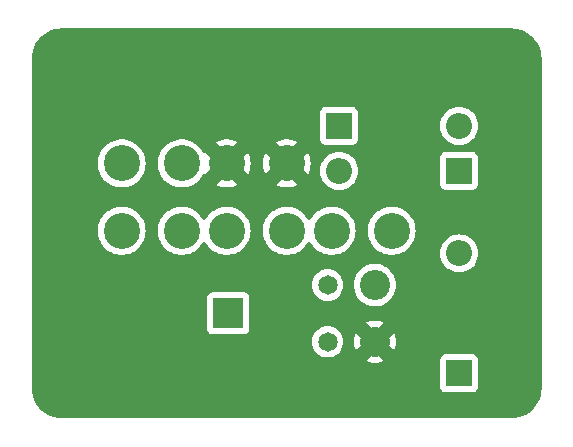
<source format=gtl>
G04 #@! TF.GenerationSoftware,KiCad,Pcbnew,(7.0.0-0)*
G04 #@! TF.CreationDate,2023-03-10T18:04:30-08:00*
G04 #@! TF.ProjectId,RX7 Headlight Control,52583720-4865-4616-946c-696768742043,rev?*
G04 #@! TF.SameCoordinates,Original*
G04 #@! TF.FileFunction,Copper,L1,Top*
G04 #@! TF.FilePolarity,Positive*
%FSLAX46Y46*%
G04 Gerber Fmt 4.6, Leading zero omitted, Abs format (unit mm)*
G04 Created by KiCad (PCBNEW (7.0.0-0)) date 2023-03-10 18:04:30*
%MOMM*%
%LPD*%
G01*
G04 APERTURE LIST*
G04 #@! TA.AperFunction,ComponentPad*
%ADD10R,2.200000X2.200000*%
G04 #@! TD*
G04 #@! TA.AperFunction,ComponentPad*
%ADD11O,2.200000X2.200000*%
G04 #@! TD*
G04 #@! TA.AperFunction,ComponentPad*
%ADD12R,2.550000X2.550000*%
G04 #@! TD*
G04 #@! TA.AperFunction,ComponentPad*
%ADD13C,1.650000*%
G04 #@! TD*
G04 #@! TA.AperFunction,ComponentPad*
%ADD14C,2.550000*%
G04 #@! TD*
G04 #@! TA.AperFunction,ComponentPad*
%ADD15C,3.048000*%
G04 #@! TD*
G04 APERTURE END LIST*
D10*
X131444999Y-95884999D03*
D11*
X141604999Y-95884999D03*
D10*
X141604999Y-116839999D03*
D11*
X141604999Y-106679999D03*
D10*
X141604999Y-99694999D03*
D11*
X131444999Y-99694999D03*
D12*
X122069999Y-111759999D03*
D13*
X130470000Y-114160000D03*
D14*
X134470000Y-114160000D03*
X134470000Y-109360000D03*
D13*
X130470000Y-109360000D03*
D15*
X127000000Y-99060000D03*
X121920000Y-99060000D03*
X130810000Y-104775000D03*
X135890000Y-104775000D03*
X118110000Y-99060000D03*
X113030000Y-99060000D03*
X118110000Y-104775000D03*
X113030000Y-104775000D03*
X127000000Y-104775000D03*
X121920000Y-104775000D03*
G04 #@! TA.AperFunction,Conductor*
G36*
X120649547Y-87630215D02*
G01*
X120649617Y-87630383D01*
X120650000Y-87630541D01*
X120650099Y-87630500D01*
X133349901Y-87630500D01*
X133350000Y-87630541D01*
X133350383Y-87630383D01*
X133350452Y-87630215D01*
X133352650Y-87630000D01*
X146046249Y-87630000D01*
X146053736Y-87630226D01*
X146348678Y-87648066D01*
X146363541Y-87649871D01*
X146650489Y-87702457D01*
X146665027Y-87706041D01*
X146790211Y-87745049D01*
X146943533Y-87792826D01*
X146957529Y-87798135D01*
X147223557Y-87917865D01*
X147236816Y-87924823D01*
X147361640Y-88000281D01*
X147486471Y-88075744D01*
X147498782Y-88084242D01*
X147728430Y-88264159D01*
X147739638Y-88274089D01*
X147945910Y-88480361D01*
X147955840Y-88491569D01*
X148135753Y-88721211D01*
X148144259Y-88733534D01*
X148295176Y-88983183D01*
X148302134Y-88996442D01*
X148421864Y-89262470D01*
X148427174Y-89276471D01*
X148513958Y-89554972D01*
X148517542Y-89569510D01*
X148570128Y-89856458D01*
X148571933Y-89871323D01*
X148589774Y-90166264D01*
X148590000Y-90173751D01*
X148590000Y-99057350D01*
X148589784Y-99059547D01*
X148589617Y-99059617D01*
X148589459Y-99060000D01*
X148589500Y-99060099D01*
X148589500Y-109219901D01*
X148589459Y-109220000D01*
X148589500Y-109220099D01*
X148589617Y-109220383D01*
X148589776Y-109220448D01*
X148590000Y-109222720D01*
X148590000Y-118106249D01*
X148589774Y-118113736D01*
X148571933Y-118408676D01*
X148570128Y-118423541D01*
X148517542Y-118710489D01*
X148513958Y-118725027D01*
X148427174Y-119003528D01*
X148421864Y-119017529D01*
X148302134Y-119283557D01*
X148295176Y-119296816D01*
X148144259Y-119546465D01*
X148135753Y-119558788D01*
X147955840Y-119788430D01*
X147945910Y-119799638D01*
X147739638Y-120005910D01*
X147728430Y-120015840D01*
X147498788Y-120195753D01*
X147486465Y-120204259D01*
X147236816Y-120355176D01*
X147223557Y-120362134D01*
X146957529Y-120481864D01*
X146943528Y-120487174D01*
X146665027Y-120573958D01*
X146650489Y-120577542D01*
X146363541Y-120630128D01*
X146348676Y-120631933D01*
X146053736Y-120649774D01*
X146046249Y-120650000D01*
X139702720Y-120650000D01*
X139700448Y-120649776D01*
X139700383Y-120649617D01*
X139700099Y-120649500D01*
X139700000Y-120649459D01*
X139699901Y-120649500D01*
X132080099Y-120649500D01*
X132080000Y-120649459D01*
X132079901Y-120649500D01*
X132079617Y-120649617D01*
X132079551Y-120649776D01*
X132077280Y-120650000D01*
X121922720Y-120650000D01*
X121920448Y-120649776D01*
X121920383Y-120649617D01*
X121920099Y-120649500D01*
X121920000Y-120649459D01*
X121919901Y-120649500D01*
X114300099Y-120649500D01*
X114300000Y-120649459D01*
X114299901Y-120649500D01*
X114299617Y-120649617D01*
X114299551Y-120649776D01*
X114297280Y-120650000D01*
X107953751Y-120650000D01*
X107946264Y-120649774D01*
X107651323Y-120631933D01*
X107636458Y-120630128D01*
X107349510Y-120577542D01*
X107334972Y-120573958D01*
X107056471Y-120487174D01*
X107042470Y-120481864D01*
X106776442Y-120362134D01*
X106763183Y-120355176D01*
X106513534Y-120204259D01*
X106501211Y-120195753D01*
X106271569Y-120015840D01*
X106260361Y-120005910D01*
X106054089Y-119799638D01*
X106044159Y-119788430D01*
X105864246Y-119558788D01*
X105855744Y-119546471D01*
X105780281Y-119421640D01*
X105704823Y-119296816D01*
X105697865Y-119283557D01*
X105578135Y-119017529D01*
X105572825Y-119003528D01*
X105486041Y-118725027D01*
X105482457Y-118710489D01*
X105429871Y-118423541D01*
X105428066Y-118408676D01*
X105410226Y-118113736D01*
X105410000Y-118106249D01*
X105410000Y-117988638D01*
X139996500Y-117988638D01*
X140003011Y-118049201D01*
X140005717Y-118056458D01*
X140005719Y-118056463D01*
X140051011Y-118177894D01*
X140054111Y-118186204D01*
X140141739Y-118303261D01*
X140258796Y-118390889D01*
X140395799Y-118441989D01*
X140456362Y-118448500D01*
X142750328Y-118448500D01*
X142753638Y-118448500D01*
X142814201Y-118441989D01*
X142951204Y-118390889D01*
X143068261Y-118303261D01*
X143155889Y-118186204D01*
X143206989Y-118049201D01*
X143213500Y-117988638D01*
X143213500Y-115691362D01*
X143206989Y-115630799D01*
X143155889Y-115493796D01*
X143068261Y-115376739D01*
X142951204Y-115289111D01*
X142942896Y-115286012D01*
X142942894Y-115286011D01*
X142821463Y-115240719D01*
X142821458Y-115240717D01*
X142814201Y-115238011D01*
X142806497Y-115237182D01*
X142806494Y-115237182D01*
X142756924Y-115231853D01*
X142756918Y-115231852D01*
X142753638Y-115231500D01*
X140456362Y-115231500D01*
X140453082Y-115231852D01*
X140453075Y-115231853D01*
X140403505Y-115237182D01*
X140403500Y-115237182D01*
X140395799Y-115238011D01*
X140388543Y-115240717D01*
X140388536Y-115240719D01*
X140267105Y-115286011D01*
X140267099Y-115286013D01*
X140258796Y-115289111D01*
X140251698Y-115294423D01*
X140251695Y-115294426D01*
X140148835Y-115371426D01*
X140148831Y-115371429D01*
X140141739Y-115376739D01*
X140136429Y-115383831D01*
X140136426Y-115383835D01*
X140059426Y-115486695D01*
X140059423Y-115486698D01*
X140054111Y-115493796D01*
X140051013Y-115502099D01*
X140051011Y-115502105D01*
X140005719Y-115623536D01*
X140005717Y-115623543D01*
X140003011Y-115630799D01*
X140002182Y-115638500D01*
X140002182Y-115638505D01*
X139996853Y-115688075D01*
X139996500Y-115691362D01*
X139996500Y-117988638D01*
X105410000Y-117988638D01*
X105410000Y-115780852D01*
X133750975Y-115780852D01*
X133759775Y-115788075D01*
X133815518Y-115814919D01*
X133824138Y-115818302D01*
X134069481Y-115893980D01*
X134078507Y-115896040D01*
X134332396Y-115934308D01*
X134341619Y-115935000D01*
X134598381Y-115935000D01*
X134607603Y-115934308D01*
X134861492Y-115896040D01*
X134870518Y-115893980D01*
X135115861Y-115818302D01*
X135124481Y-115814919D01*
X135180223Y-115788075D01*
X135189024Y-115780852D01*
X135183101Y-115771127D01*
X134481542Y-115069568D01*
X134470000Y-115062904D01*
X134458457Y-115069568D01*
X133756896Y-115771128D01*
X133750975Y-115780852D01*
X105410000Y-115780852D01*
X105410000Y-114160000D01*
X129131406Y-114160000D01*
X129131878Y-114165395D01*
X129151269Y-114387045D01*
X129151270Y-114387052D01*
X129151742Y-114392444D01*
X129212133Y-114617826D01*
X129214417Y-114622725D01*
X129214420Y-114622732D01*
X129241187Y-114680133D01*
X129310744Y-114829297D01*
X129313850Y-114833734D01*
X129313852Y-114833736D01*
X129339301Y-114870081D01*
X129444578Y-115020432D01*
X129609568Y-115185422D01*
X129800703Y-115319256D01*
X130012174Y-115417867D01*
X130237556Y-115478258D01*
X130470000Y-115498594D01*
X130702444Y-115478258D01*
X130927826Y-115417867D01*
X131139297Y-115319256D01*
X131330432Y-115185422D01*
X131495422Y-115020432D01*
X131629256Y-114829297D01*
X131727867Y-114617826D01*
X131788258Y-114392444D01*
X131808189Y-114164630D01*
X132690370Y-114164630D01*
X132709557Y-114420663D01*
X132710936Y-114429816D01*
X132768067Y-114680125D01*
X132770800Y-114688985D01*
X132841875Y-114870081D01*
X132848567Y-114879420D01*
X132858434Y-114873538D01*
X133560431Y-114171542D01*
X133567095Y-114160000D01*
X135372904Y-114160000D01*
X135379568Y-114171542D01*
X136081564Y-114873538D01*
X136091430Y-114879420D01*
X136098123Y-114870080D01*
X136169203Y-114688975D01*
X136171930Y-114680133D01*
X136229063Y-114429816D01*
X136230442Y-114420663D01*
X136249630Y-114164630D01*
X136249630Y-114155370D01*
X136230442Y-113899336D01*
X136229063Y-113890183D01*
X136171932Y-113639874D01*
X136169199Y-113631014D01*
X136098123Y-113449917D01*
X136091431Y-113440578D01*
X136081564Y-113446460D01*
X135379568Y-114148457D01*
X135372904Y-114160000D01*
X133567095Y-114160000D01*
X133560431Y-114148457D01*
X132858434Y-113446460D01*
X132848568Y-113440578D01*
X132841875Y-113449918D01*
X132770800Y-113631014D01*
X132768067Y-113639874D01*
X132710936Y-113890183D01*
X132709557Y-113899336D01*
X132690370Y-114155370D01*
X132690370Y-114164630D01*
X131808189Y-114164630D01*
X131808594Y-114160000D01*
X131788258Y-113927556D01*
X131727867Y-113702174D01*
X131629256Y-113490703D01*
X131495422Y-113299568D01*
X131330432Y-113134578D01*
X131139297Y-113000744D01*
X131121854Y-112992610D01*
X130932732Y-112904420D01*
X130932725Y-112904417D01*
X130927826Y-112902133D01*
X130922599Y-112900732D01*
X130922598Y-112900732D01*
X130707676Y-112843144D01*
X130702444Y-112841742D01*
X130697052Y-112841270D01*
X130697045Y-112841269D01*
X130475395Y-112821878D01*
X130470000Y-112821406D01*
X130464605Y-112821878D01*
X130242954Y-112841269D01*
X130242945Y-112841270D01*
X130237556Y-112841742D01*
X130232324Y-112843143D01*
X130232323Y-112843144D01*
X130017401Y-112900732D01*
X130017396Y-112900733D01*
X130012174Y-112902133D01*
X130007278Y-112904415D01*
X130007267Y-112904420D01*
X129805613Y-112998454D01*
X129805609Y-112998456D01*
X129800703Y-113000744D01*
X129796270Y-113003847D01*
X129796263Y-113003852D01*
X129614003Y-113131472D01*
X129613998Y-113131475D01*
X129609568Y-113134578D01*
X129605744Y-113138401D01*
X129605738Y-113138407D01*
X129448407Y-113295738D01*
X129448401Y-113295744D01*
X129444578Y-113299568D01*
X129441475Y-113303998D01*
X129441472Y-113304003D01*
X129313852Y-113486263D01*
X129313847Y-113486270D01*
X129310744Y-113490703D01*
X129308456Y-113495609D01*
X129308454Y-113495613D01*
X129214420Y-113697267D01*
X129214415Y-113697278D01*
X129212133Y-113702174D01*
X129210733Y-113707396D01*
X129210732Y-113707401D01*
X129153144Y-113922323D01*
X129151742Y-113927556D01*
X129151270Y-113932945D01*
X129151269Y-113932954D01*
X129132416Y-114148457D01*
X129131406Y-114160000D01*
X105410000Y-114160000D01*
X105410000Y-113083638D01*
X120286500Y-113083638D01*
X120286852Y-113086918D01*
X120286853Y-113086924D01*
X120291642Y-113131472D01*
X120293011Y-113144201D01*
X120295717Y-113151458D01*
X120295719Y-113151463D01*
X120341011Y-113272894D01*
X120344111Y-113281204D01*
X120431739Y-113398261D01*
X120548796Y-113485889D01*
X120685799Y-113536989D01*
X120746362Y-113543500D01*
X123390328Y-113543500D01*
X123393638Y-113543500D01*
X123454201Y-113536989D01*
X123591204Y-113485889D01*
X123708261Y-113398261D01*
X123795889Y-113281204D01*
X123846989Y-113144201D01*
X123853500Y-113083638D01*
X123853500Y-112539145D01*
X133750974Y-112539145D01*
X133756897Y-112548871D01*
X134458457Y-113250431D01*
X134469999Y-113257095D01*
X134481542Y-113250431D01*
X135183101Y-112548871D01*
X135189024Y-112539145D01*
X135180224Y-112531924D01*
X135124482Y-112505080D01*
X135115862Y-112501697D01*
X134870518Y-112426019D01*
X134861492Y-112423959D01*
X134607603Y-112385691D01*
X134598381Y-112385000D01*
X134341619Y-112385000D01*
X134332396Y-112385691D01*
X134078507Y-112423959D01*
X134069481Y-112426019D01*
X133824130Y-112501699D01*
X133815529Y-112505074D01*
X133759773Y-112531924D01*
X133750974Y-112539145D01*
X123853500Y-112539145D01*
X123853500Y-110436362D01*
X123846989Y-110375799D01*
X123795889Y-110238796D01*
X123708261Y-110121739D01*
X123591204Y-110034111D01*
X123582896Y-110031012D01*
X123582894Y-110031011D01*
X123461463Y-109985719D01*
X123461458Y-109985717D01*
X123454201Y-109983011D01*
X123446497Y-109982182D01*
X123446494Y-109982182D01*
X123396924Y-109976853D01*
X123396918Y-109976852D01*
X123393638Y-109976500D01*
X120746362Y-109976500D01*
X120743082Y-109976852D01*
X120743075Y-109976853D01*
X120693505Y-109982182D01*
X120693500Y-109982182D01*
X120685799Y-109983011D01*
X120678543Y-109985717D01*
X120678536Y-109985719D01*
X120557105Y-110031011D01*
X120557099Y-110031013D01*
X120548796Y-110034111D01*
X120541698Y-110039423D01*
X120541695Y-110039426D01*
X120438835Y-110116426D01*
X120438831Y-110116429D01*
X120431739Y-110121739D01*
X120426429Y-110128831D01*
X120426426Y-110128835D01*
X120349426Y-110231695D01*
X120349423Y-110231698D01*
X120344111Y-110238796D01*
X120341013Y-110247099D01*
X120341011Y-110247105D01*
X120295719Y-110368536D01*
X120295717Y-110368543D01*
X120293011Y-110375799D01*
X120292182Y-110383500D01*
X120292182Y-110383505D01*
X120286853Y-110433075D01*
X120286500Y-110436362D01*
X120286500Y-113083638D01*
X105410000Y-113083638D01*
X105410000Y-109360000D01*
X129131406Y-109360000D01*
X129131878Y-109365395D01*
X129151269Y-109587045D01*
X129151270Y-109587052D01*
X129151742Y-109592444D01*
X129212133Y-109817826D01*
X129214417Y-109822725D01*
X129214420Y-109822732D01*
X129246484Y-109891492D01*
X129310744Y-110029297D01*
X129313850Y-110033734D01*
X129313852Y-110033736D01*
X129380441Y-110128835D01*
X129444578Y-110220432D01*
X129609568Y-110385422D01*
X129800703Y-110519256D01*
X130012174Y-110617867D01*
X130237556Y-110678258D01*
X130470000Y-110698594D01*
X130702444Y-110678258D01*
X130927826Y-110617867D01*
X131139297Y-110519256D01*
X131330432Y-110385422D01*
X131495422Y-110220432D01*
X131629256Y-110029297D01*
X131727867Y-109817826D01*
X131788258Y-109592444D01*
X131808594Y-109360000D01*
X132681499Y-109360000D01*
X132681846Y-109364630D01*
X132698513Y-109587045D01*
X132701475Y-109626562D01*
X132702504Y-109631071D01*
X132702506Y-109631083D01*
X132746249Y-109822732D01*
X132760957Y-109887170D01*
X132762652Y-109891488D01*
X132762653Y-109891492D01*
X132856918Y-110131677D01*
X132856921Y-110131683D01*
X132858616Y-110136002D01*
X132860934Y-110140017D01*
X132860937Y-110140023D01*
X132989950Y-110363479D01*
X132989954Y-110363484D01*
X132992271Y-110367498D01*
X133158936Y-110576490D01*
X133354888Y-110758306D01*
X133575750Y-110908887D01*
X133816587Y-111024869D01*
X133821015Y-111026234D01*
X133821018Y-111026236D01*
X133944304Y-111064264D01*
X134072021Y-111103660D01*
X134336345Y-111143500D01*
X134599018Y-111143500D01*
X134603655Y-111143500D01*
X134867979Y-111103660D01*
X135123413Y-111024869D01*
X135364251Y-110908887D01*
X135585112Y-110758306D01*
X135781064Y-110576490D01*
X135947729Y-110367498D01*
X136081384Y-110136002D01*
X136179043Y-109887170D01*
X136238525Y-109626562D01*
X136258501Y-109360000D01*
X136238525Y-109093438D01*
X136179043Y-108832830D01*
X136081384Y-108583998D01*
X135947729Y-108352502D01*
X135781064Y-108143510D01*
X135585112Y-107961694D01*
X135581285Y-107959084D01*
X135581279Y-107959080D01*
X135378603Y-107820898D01*
X135364251Y-107811113D01*
X135360070Y-107809099D01*
X135360064Y-107809096D01*
X135127591Y-107697143D01*
X135127590Y-107697142D01*
X135123413Y-107695131D01*
X135118991Y-107693767D01*
X135118981Y-107693763D01*
X134872409Y-107617706D01*
X134872403Y-107617704D01*
X134867979Y-107616340D01*
X134863403Y-107615650D01*
X134863393Y-107615648D01*
X134608240Y-107577191D01*
X134608239Y-107577190D01*
X134603655Y-107576500D01*
X134336345Y-107576500D01*
X134331761Y-107577190D01*
X134331759Y-107577191D01*
X134076606Y-107615648D01*
X134076594Y-107615650D01*
X134072021Y-107616340D01*
X134067599Y-107617703D01*
X134067590Y-107617706D01*
X133821018Y-107693763D01*
X133821003Y-107693768D01*
X133816587Y-107695131D01*
X133812413Y-107697140D01*
X133812408Y-107697143D01*
X133579935Y-107809097D01*
X133579928Y-107809100D01*
X133575750Y-107811113D01*
X133571917Y-107813726D01*
X133571914Y-107813728D01*
X133566826Y-107817197D01*
X133354888Y-107961694D01*
X133351496Y-107964840D01*
X133351490Y-107964846D01*
X133203530Y-108102133D01*
X133158936Y-108143510D01*
X133156047Y-108147132D01*
X133156043Y-108147137D01*
X133003511Y-108338407D01*
X132992271Y-108352502D01*
X132989957Y-108356508D01*
X132989950Y-108356520D01*
X132860937Y-108579976D01*
X132860931Y-108579987D01*
X132858616Y-108583998D01*
X132856923Y-108588311D01*
X132856918Y-108588322D01*
X132762653Y-108828507D01*
X132762650Y-108828514D01*
X132760957Y-108832830D01*
X132759925Y-108837348D01*
X132759924Y-108837354D01*
X132702506Y-109088916D01*
X132702503Y-109088930D01*
X132701475Y-109093438D01*
X132701128Y-109098057D01*
X132701128Y-109098063D01*
X132683196Y-109337350D01*
X132681499Y-109360000D01*
X131808594Y-109360000D01*
X131788258Y-109127556D01*
X131727867Y-108902174D01*
X131629256Y-108690703D01*
X131495422Y-108499568D01*
X131330432Y-108334578D01*
X131158950Y-108214505D01*
X131143736Y-108203852D01*
X131143734Y-108203850D01*
X131139297Y-108200744D01*
X131121854Y-108192610D01*
X130932732Y-108104420D01*
X130932725Y-108104417D01*
X130927826Y-108102133D01*
X130922599Y-108100732D01*
X130922598Y-108100732D01*
X130707676Y-108043144D01*
X130702444Y-108041742D01*
X130697052Y-108041270D01*
X130697045Y-108041269D01*
X130475395Y-108021878D01*
X130470000Y-108021406D01*
X130464605Y-108021878D01*
X130242954Y-108041269D01*
X130242945Y-108041270D01*
X130237556Y-108041742D01*
X130232324Y-108043143D01*
X130232323Y-108043144D01*
X130017401Y-108100732D01*
X130017396Y-108100733D01*
X130012174Y-108102133D01*
X130007278Y-108104415D01*
X130007267Y-108104420D01*
X129805613Y-108198454D01*
X129805609Y-108198456D01*
X129800703Y-108200744D01*
X129796270Y-108203847D01*
X129796263Y-108203852D01*
X129614003Y-108331472D01*
X129613998Y-108331475D01*
X129609568Y-108334578D01*
X129605744Y-108338401D01*
X129605738Y-108338407D01*
X129448407Y-108495738D01*
X129448401Y-108495744D01*
X129444578Y-108499568D01*
X129441475Y-108503998D01*
X129441472Y-108504003D01*
X129313852Y-108686263D01*
X129313847Y-108686270D01*
X129310744Y-108690703D01*
X129308456Y-108695609D01*
X129308454Y-108695613D01*
X129214420Y-108897267D01*
X129214415Y-108897278D01*
X129212133Y-108902174D01*
X129210733Y-108907396D01*
X129210732Y-108907401D01*
X129153144Y-109122323D01*
X129151742Y-109127556D01*
X129151270Y-109132945D01*
X129151269Y-109132954D01*
X129143607Y-109220541D01*
X129131406Y-109360000D01*
X105410000Y-109360000D01*
X105410000Y-109222720D01*
X105410223Y-109220448D01*
X105410383Y-109220383D01*
X105410500Y-109220099D01*
X105410541Y-109220000D01*
X105410500Y-109219901D01*
X105410500Y-104775000D01*
X110992751Y-104775000D01*
X111011726Y-105052405D01*
X111012587Y-105056552D01*
X111012589Y-105056561D01*
X111067434Y-105320486D01*
X111068298Y-105324643D01*
X111069716Y-105328635D01*
X111069719Y-105328643D01*
X111144516Y-105539102D01*
X111161412Y-105586642D01*
X111163359Y-105590400D01*
X111163361Y-105590404D01*
X111238688Y-105735778D01*
X111289335Y-105833522D01*
X111449683Y-106060683D01*
X111639469Y-106263895D01*
X111855159Y-106439371D01*
X112092733Y-106583843D01*
X112347767Y-106694620D01*
X112558327Y-106753616D01*
X112611429Y-106768495D01*
X112611431Y-106768495D01*
X112615509Y-106769638D01*
X112890973Y-106807500D01*
X113164790Y-106807500D01*
X113169027Y-106807500D01*
X113444491Y-106769638D01*
X113712233Y-106694620D01*
X113967267Y-106583843D01*
X114204841Y-106439371D01*
X114420531Y-106263895D01*
X114610317Y-106060683D01*
X114770665Y-105833522D01*
X114898588Y-105586642D01*
X114991702Y-105324643D01*
X115048274Y-105052405D01*
X115067249Y-104775000D01*
X116072751Y-104775000D01*
X116091726Y-105052405D01*
X116092587Y-105056552D01*
X116092589Y-105056561D01*
X116147434Y-105320486D01*
X116148298Y-105324643D01*
X116149716Y-105328635D01*
X116149719Y-105328643D01*
X116224516Y-105539102D01*
X116241412Y-105586642D01*
X116243359Y-105590400D01*
X116243361Y-105590404D01*
X116318688Y-105735778D01*
X116369335Y-105833522D01*
X116529683Y-106060683D01*
X116719469Y-106263895D01*
X116935159Y-106439371D01*
X117172733Y-106583843D01*
X117427767Y-106694620D01*
X117638327Y-106753616D01*
X117691429Y-106768495D01*
X117691431Y-106768495D01*
X117695509Y-106769638D01*
X117970973Y-106807500D01*
X118244790Y-106807500D01*
X118249027Y-106807500D01*
X118524491Y-106769638D01*
X118792233Y-106694620D01*
X119047267Y-106583843D01*
X119284841Y-106439371D01*
X119500531Y-106263895D01*
X119690317Y-106060683D01*
X119850665Y-105833522D01*
X119904902Y-105728848D01*
X119950572Y-105679949D01*
X120015000Y-105661897D01*
X120079428Y-105679949D01*
X120125097Y-105728848D01*
X120179335Y-105833522D01*
X120339683Y-106060683D01*
X120529469Y-106263895D01*
X120745159Y-106439371D01*
X120982733Y-106583843D01*
X121237767Y-106694620D01*
X121448327Y-106753616D01*
X121501429Y-106768495D01*
X121501431Y-106768495D01*
X121505509Y-106769638D01*
X121780973Y-106807500D01*
X122054790Y-106807500D01*
X122059027Y-106807500D01*
X122334491Y-106769638D01*
X122602233Y-106694620D01*
X122857267Y-106583843D01*
X123094841Y-106439371D01*
X123310531Y-106263895D01*
X123500317Y-106060683D01*
X123660665Y-105833522D01*
X123788588Y-105586642D01*
X123881702Y-105324643D01*
X123938274Y-105052405D01*
X123957249Y-104775000D01*
X124962751Y-104775000D01*
X124981726Y-105052405D01*
X124982587Y-105056552D01*
X124982589Y-105056561D01*
X125037434Y-105320486D01*
X125038298Y-105324643D01*
X125039716Y-105328635D01*
X125039719Y-105328643D01*
X125114516Y-105539102D01*
X125131412Y-105586642D01*
X125133359Y-105590400D01*
X125133361Y-105590404D01*
X125208688Y-105735778D01*
X125259335Y-105833522D01*
X125419683Y-106060683D01*
X125609469Y-106263895D01*
X125825159Y-106439371D01*
X126062733Y-106583843D01*
X126317767Y-106694620D01*
X126528327Y-106753616D01*
X126581429Y-106768495D01*
X126581431Y-106768495D01*
X126585509Y-106769638D01*
X126860973Y-106807500D01*
X127134790Y-106807500D01*
X127139027Y-106807500D01*
X127414491Y-106769638D01*
X127682233Y-106694620D01*
X127937267Y-106583843D01*
X128174841Y-106439371D01*
X128390531Y-106263895D01*
X128580317Y-106060683D01*
X128740665Y-105833522D01*
X128794902Y-105728848D01*
X128840572Y-105679949D01*
X128905000Y-105661897D01*
X128969428Y-105679949D01*
X129015097Y-105728848D01*
X129069335Y-105833522D01*
X129229683Y-106060683D01*
X129419469Y-106263895D01*
X129635159Y-106439371D01*
X129872733Y-106583843D01*
X130127767Y-106694620D01*
X130338327Y-106753616D01*
X130391429Y-106768495D01*
X130391431Y-106768495D01*
X130395509Y-106769638D01*
X130670973Y-106807500D01*
X130944790Y-106807500D01*
X130949027Y-106807500D01*
X131224491Y-106769638D01*
X131492233Y-106694620D01*
X131747267Y-106583843D01*
X131984841Y-106439371D01*
X132200531Y-106263895D01*
X132390317Y-106060683D01*
X132550665Y-105833522D01*
X132678588Y-105586642D01*
X132771702Y-105324643D01*
X132828274Y-105052405D01*
X132847249Y-104775000D01*
X133852751Y-104775000D01*
X133871726Y-105052405D01*
X133872587Y-105056552D01*
X133872589Y-105056561D01*
X133927434Y-105320486D01*
X133928298Y-105324643D01*
X133929716Y-105328635D01*
X133929719Y-105328643D01*
X134004516Y-105539102D01*
X134021412Y-105586642D01*
X134023359Y-105590400D01*
X134023361Y-105590404D01*
X134098688Y-105735778D01*
X134149335Y-105833522D01*
X134309683Y-106060683D01*
X134499469Y-106263895D01*
X134715159Y-106439371D01*
X134952733Y-106583843D01*
X135207767Y-106694620D01*
X135418327Y-106753616D01*
X135471429Y-106768495D01*
X135471431Y-106768495D01*
X135475509Y-106769638D01*
X135750973Y-106807500D01*
X136024790Y-106807500D01*
X136029027Y-106807500D01*
X136304491Y-106769638D01*
X136572233Y-106694620D01*
X136605892Y-106680000D01*
X139991526Y-106680000D01*
X140011391Y-106932403D01*
X140012526Y-106937132D01*
X140012527Y-106937136D01*
X140069357Y-107173854D01*
X140069359Y-107173862D01*
X140070495Y-107178591D01*
X140167384Y-107412502D01*
X140169931Y-107416659D01*
X140169932Y-107416660D01*
X140297125Y-107624221D01*
X140297130Y-107624228D01*
X140299672Y-107628376D01*
X140302831Y-107632075D01*
X140302835Y-107632080D01*
X140454022Y-107809096D01*
X140464102Y-107820898D01*
X140467802Y-107824058D01*
X140632642Y-107964846D01*
X140656624Y-107985328D01*
X140660774Y-107987871D01*
X140660778Y-107987874D01*
X140716268Y-108021878D01*
X140872498Y-108117616D01*
X141106409Y-108214505D01*
X141352597Y-108273609D01*
X141605000Y-108293474D01*
X141857403Y-108273609D01*
X142103591Y-108214505D01*
X142337502Y-108117616D01*
X142553376Y-107985328D01*
X142745898Y-107820898D01*
X142910328Y-107628376D01*
X143042616Y-107412502D01*
X143139505Y-107178591D01*
X143198609Y-106932403D01*
X143218474Y-106680000D01*
X143198609Y-106427597D01*
X143139505Y-106181409D01*
X143042616Y-105947498D01*
X142910328Y-105731624D01*
X142745898Y-105539102D01*
X142681601Y-105484187D01*
X142557080Y-105377835D01*
X142557075Y-105377831D01*
X142553376Y-105374672D01*
X142549228Y-105372130D01*
X142549221Y-105372125D01*
X142341660Y-105244932D01*
X142341659Y-105244931D01*
X142337502Y-105242384D01*
X142103591Y-105145495D01*
X142098862Y-105144359D01*
X142098854Y-105144357D01*
X141862136Y-105087527D01*
X141862132Y-105087526D01*
X141857403Y-105086391D01*
X141852550Y-105086009D01*
X141609854Y-105066908D01*
X141605000Y-105066526D01*
X141600146Y-105066908D01*
X141357449Y-105086009D01*
X141357447Y-105086009D01*
X141352597Y-105086391D01*
X141347869Y-105087525D01*
X141347863Y-105087527D01*
X141111145Y-105144357D01*
X141111133Y-105144360D01*
X141106409Y-105145495D01*
X141101912Y-105147357D01*
X141101908Y-105147359D01*
X140877002Y-105240518D01*
X140876997Y-105240520D01*
X140872498Y-105242384D01*
X140868345Y-105244928D01*
X140868339Y-105244932D01*
X140660778Y-105372125D01*
X140660765Y-105372134D01*
X140656624Y-105374672D01*
X140652929Y-105377827D01*
X140652919Y-105377835D01*
X140467802Y-105535941D01*
X140467795Y-105535947D01*
X140464102Y-105539102D01*
X140460947Y-105542795D01*
X140460941Y-105542802D01*
X140302835Y-105727919D01*
X140302827Y-105727929D01*
X140299672Y-105731624D01*
X140297134Y-105735765D01*
X140297125Y-105735778D01*
X140169932Y-105943339D01*
X140169928Y-105943345D01*
X140167384Y-105947498D01*
X140165520Y-105951997D01*
X140165518Y-105952002D01*
X140120501Y-106060683D01*
X140070495Y-106181409D01*
X140069360Y-106186133D01*
X140069357Y-106186145D01*
X140012527Y-106422863D01*
X140012525Y-106422869D01*
X140011391Y-106427597D01*
X139991526Y-106680000D01*
X136605892Y-106680000D01*
X136827267Y-106583843D01*
X137064841Y-106439371D01*
X137280531Y-106263895D01*
X137470317Y-106060683D01*
X137630665Y-105833522D01*
X137758588Y-105586642D01*
X137851702Y-105324643D01*
X137908274Y-105052405D01*
X137927249Y-104775000D01*
X137908274Y-104497595D01*
X137851702Y-104225357D01*
X137758588Y-103963358D01*
X137630665Y-103716478D01*
X137470317Y-103489317D01*
X137280531Y-103286105D01*
X137277249Y-103283435D01*
X137277246Y-103283432D01*
X137068133Y-103113307D01*
X137068130Y-103113305D01*
X137064841Y-103110629D01*
X137061217Y-103108425D01*
X137061214Y-103108423D01*
X136830885Y-102968357D01*
X136830883Y-102968356D01*
X136827267Y-102966157D01*
X136805011Y-102956490D01*
X136576114Y-102857065D01*
X136576104Y-102857061D01*
X136572233Y-102855380D01*
X136568161Y-102854239D01*
X136308570Y-102781504D01*
X136308557Y-102781501D01*
X136304491Y-102780362D01*
X136300304Y-102779786D01*
X136300292Y-102779784D01*
X136033224Y-102743076D01*
X136033211Y-102743075D01*
X136029027Y-102742500D01*
X135750973Y-102742500D01*
X135746789Y-102743075D01*
X135746775Y-102743076D01*
X135479707Y-102779784D01*
X135479692Y-102779786D01*
X135475509Y-102780362D01*
X135471445Y-102781500D01*
X135471429Y-102781504D01*
X135211838Y-102854239D01*
X135211833Y-102854240D01*
X135207767Y-102855380D01*
X135203900Y-102857059D01*
X135203885Y-102857065D01*
X134956616Y-102964470D01*
X134956611Y-102964472D01*
X134952733Y-102966157D01*
X134949122Y-102968352D01*
X134949114Y-102968357D01*
X134718785Y-103108423D01*
X134718774Y-103108430D01*
X134715159Y-103110629D01*
X134711875Y-103113300D01*
X134711866Y-103113307D01*
X134502753Y-103283432D01*
X134502742Y-103283441D01*
X134499469Y-103286105D01*
X134496581Y-103289196D01*
X134496578Y-103289200D01*
X134312578Y-103486216D01*
X134312570Y-103486225D01*
X134309683Y-103489317D01*
X134307240Y-103492777D01*
X134307235Y-103492784D01*
X134151781Y-103713012D01*
X134151777Y-103713017D01*
X134149335Y-103716478D01*
X134147389Y-103720232D01*
X134147385Y-103720240D01*
X134023361Y-103959595D01*
X134023356Y-103959604D01*
X134021412Y-103963358D01*
X134019995Y-103967343D01*
X134019991Y-103967354D01*
X133929719Y-104221356D01*
X133929715Y-104221368D01*
X133928298Y-104225357D01*
X133927435Y-104229507D01*
X133927434Y-104229513D01*
X133872589Y-104493438D01*
X133872587Y-104493449D01*
X133871726Y-104497595D01*
X133871437Y-104501819D01*
X133871436Y-104501827D01*
X133853124Y-104769540D01*
X133852751Y-104775000D01*
X132847249Y-104775000D01*
X132828274Y-104497595D01*
X132771702Y-104225357D01*
X132678588Y-103963358D01*
X132550665Y-103716478D01*
X132390317Y-103489317D01*
X132200531Y-103286105D01*
X132197249Y-103283435D01*
X132197246Y-103283432D01*
X131988133Y-103113307D01*
X131988130Y-103113305D01*
X131984841Y-103110629D01*
X131981217Y-103108425D01*
X131981214Y-103108423D01*
X131750885Y-102968357D01*
X131750883Y-102968356D01*
X131747267Y-102966157D01*
X131725011Y-102956490D01*
X131496114Y-102857065D01*
X131496104Y-102857061D01*
X131492233Y-102855380D01*
X131488161Y-102854239D01*
X131228570Y-102781504D01*
X131228557Y-102781501D01*
X131224491Y-102780362D01*
X131220304Y-102779786D01*
X131220292Y-102779784D01*
X130953224Y-102743076D01*
X130953211Y-102743075D01*
X130949027Y-102742500D01*
X130670973Y-102742500D01*
X130666789Y-102743075D01*
X130666775Y-102743076D01*
X130399707Y-102779784D01*
X130399692Y-102779786D01*
X130395509Y-102780362D01*
X130391445Y-102781500D01*
X130391429Y-102781504D01*
X130131838Y-102854239D01*
X130131833Y-102854240D01*
X130127767Y-102855380D01*
X130123900Y-102857059D01*
X130123885Y-102857065D01*
X129876616Y-102964470D01*
X129876611Y-102964472D01*
X129872733Y-102966157D01*
X129869122Y-102968352D01*
X129869114Y-102968357D01*
X129638785Y-103108423D01*
X129638774Y-103108430D01*
X129635159Y-103110629D01*
X129631875Y-103113300D01*
X129631866Y-103113307D01*
X129422753Y-103283432D01*
X129422742Y-103283441D01*
X129419469Y-103286105D01*
X129416581Y-103289196D01*
X129416578Y-103289200D01*
X129232578Y-103486216D01*
X129232570Y-103486225D01*
X129229683Y-103489317D01*
X129227240Y-103492777D01*
X129227235Y-103492784D01*
X129071781Y-103713012D01*
X129071777Y-103713017D01*
X129069335Y-103716478D01*
X129067389Y-103720232D01*
X129067385Y-103720240D01*
X129015098Y-103821150D01*
X128969428Y-103870050D01*
X128905000Y-103888102D01*
X128840572Y-103870050D01*
X128794902Y-103821150D01*
X128742614Y-103720240D01*
X128740665Y-103716478D01*
X128580317Y-103489317D01*
X128390531Y-103286105D01*
X128387249Y-103283435D01*
X128387246Y-103283432D01*
X128178133Y-103113307D01*
X128178130Y-103113305D01*
X128174841Y-103110629D01*
X128171217Y-103108425D01*
X128171214Y-103108423D01*
X127940885Y-102968357D01*
X127940883Y-102968356D01*
X127937267Y-102966157D01*
X127915011Y-102956490D01*
X127686114Y-102857065D01*
X127686104Y-102857061D01*
X127682233Y-102855380D01*
X127678161Y-102854239D01*
X127418570Y-102781504D01*
X127418557Y-102781501D01*
X127414491Y-102780362D01*
X127410304Y-102779786D01*
X127410292Y-102779784D01*
X127143224Y-102743076D01*
X127143211Y-102743075D01*
X127139027Y-102742500D01*
X126860973Y-102742500D01*
X126856789Y-102743075D01*
X126856775Y-102743076D01*
X126589707Y-102779784D01*
X126589692Y-102779786D01*
X126585509Y-102780362D01*
X126581445Y-102781500D01*
X126581429Y-102781504D01*
X126321838Y-102854239D01*
X126321833Y-102854240D01*
X126317767Y-102855380D01*
X126313900Y-102857059D01*
X126313885Y-102857065D01*
X126066616Y-102964470D01*
X126066611Y-102964472D01*
X126062733Y-102966157D01*
X126059122Y-102968352D01*
X126059114Y-102968357D01*
X125828785Y-103108423D01*
X125828774Y-103108430D01*
X125825159Y-103110629D01*
X125821875Y-103113300D01*
X125821866Y-103113307D01*
X125612753Y-103283432D01*
X125612742Y-103283441D01*
X125609469Y-103286105D01*
X125606581Y-103289196D01*
X125606578Y-103289200D01*
X125422578Y-103486216D01*
X125422570Y-103486225D01*
X125419683Y-103489317D01*
X125417240Y-103492777D01*
X125417235Y-103492784D01*
X125261781Y-103713012D01*
X125261777Y-103713017D01*
X125259335Y-103716478D01*
X125257389Y-103720232D01*
X125257385Y-103720240D01*
X125133361Y-103959595D01*
X125133356Y-103959604D01*
X125131412Y-103963358D01*
X125129995Y-103967343D01*
X125129991Y-103967354D01*
X125039719Y-104221356D01*
X125039715Y-104221368D01*
X125038298Y-104225357D01*
X125037435Y-104229507D01*
X125037434Y-104229513D01*
X124982589Y-104493438D01*
X124982587Y-104493449D01*
X124981726Y-104497595D01*
X124981437Y-104501819D01*
X124981436Y-104501827D01*
X124963124Y-104769540D01*
X124962751Y-104775000D01*
X123957249Y-104775000D01*
X123938274Y-104497595D01*
X123881702Y-104225357D01*
X123788588Y-103963358D01*
X123660665Y-103716478D01*
X123500317Y-103489317D01*
X123310531Y-103286105D01*
X123307249Y-103283435D01*
X123307246Y-103283432D01*
X123098133Y-103113307D01*
X123098130Y-103113305D01*
X123094841Y-103110629D01*
X123091217Y-103108425D01*
X123091214Y-103108423D01*
X122860885Y-102968357D01*
X122860883Y-102968356D01*
X122857267Y-102966157D01*
X122835011Y-102956490D01*
X122606114Y-102857065D01*
X122606104Y-102857061D01*
X122602233Y-102855380D01*
X122598161Y-102854239D01*
X122338570Y-102781504D01*
X122338557Y-102781501D01*
X122334491Y-102780362D01*
X122330304Y-102779786D01*
X122330292Y-102779784D01*
X122063224Y-102743076D01*
X122063211Y-102743075D01*
X122059027Y-102742500D01*
X121780973Y-102742500D01*
X121776789Y-102743075D01*
X121776775Y-102743076D01*
X121509707Y-102779784D01*
X121509692Y-102779786D01*
X121505509Y-102780362D01*
X121501445Y-102781500D01*
X121501429Y-102781504D01*
X121241838Y-102854239D01*
X121241833Y-102854240D01*
X121237767Y-102855380D01*
X121233900Y-102857059D01*
X121233885Y-102857065D01*
X120986616Y-102964470D01*
X120986611Y-102964472D01*
X120982733Y-102966157D01*
X120979122Y-102968352D01*
X120979114Y-102968357D01*
X120748785Y-103108423D01*
X120748774Y-103108430D01*
X120745159Y-103110629D01*
X120741875Y-103113300D01*
X120741866Y-103113307D01*
X120532753Y-103283432D01*
X120532742Y-103283441D01*
X120529469Y-103286105D01*
X120526581Y-103289196D01*
X120526578Y-103289200D01*
X120342578Y-103486216D01*
X120342570Y-103486225D01*
X120339683Y-103489317D01*
X120337240Y-103492777D01*
X120337235Y-103492784D01*
X120181781Y-103713012D01*
X120181777Y-103713017D01*
X120179335Y-103716478D01*
X120177389Y-103720232D01*
X120177385Y-103720240D01*
X120125098Y-103821150D01*
X120079428Y-103870050D01*
X120015000Y-103888102D01*
X119950572Y-103870050D01*
X119904902Y-103821150D01*
X119852614Y-103720240D01*
X119850665Y-103716478D01*
X119690317Y-103489317D01*
X119500531Y-103286105D01*
X119497249Y-103283435D01*
X119497246Y-103283432D01*
X119288133Y-103113307D01*
X119288130Y-103113305D01*
X119284841Y-103110629D01*
X119281217Y-103108425D01*
X119281214Y-103108423D01*
X119050885Y-102968357D01*
X119050883Y-102968356D01*
X119047267Y-102966157D01*
X119025011Y-102956490D01*
X118796114Y-102857065D01*
X118796104Y-102857061D01*
X118792233Y-102855380D01*
X118788161Y-102854239D01*
X118528570Y-102781504D01*
X118528557Y-102781501D01*
X118524491Y-102780362D01*
X118520304Y-102779786D01*
X118520292Y-102779784D01*
X118253224Y-102743076D01*
X118253211Y-102743075D01*
X118249027Y-102742500D01*
X117970973Y-102742500D01*
X117966789Y-102743075D01*
X117966775Y-102743076D01*
X117699707Y-102779784D01*
X117699692Y-102779786D01*
X117695509Y-102780362D01*
X117691445Y-102781500D01*
X117691429Y-102781504D01*
X117431838Y-102854239D01*
X117431833Y-102854240D01*
X117427767Y-102855380D01*
X117423900Y-102857059D01*
X117423885Y-102857065D01*
X117176616Y-102964470D01*
X117176611Y-102964472D01*
X117172733Y-102966157D01*
X117169122Y-102968352D01*
X117169114Y-102968357D01*
X116938785Y-103108423D01*
X116938774Y-103108430D01*
X116935159Y-103110629D01*
X116931875Y-103113300D01*
X116931866Y-103113307D01*
X116722753Y-103283432D01*
X116722742Y-103283441D01*
X116719469Y-103286105D01*
X116716581Y-103289196D01*
X116716578Y-103289200D01*
X116532578Y-103486216D01*
X116532570Y-103486225D01*
X116529683Y-103489317D01*
X116527240Y-103492777D01*
X116527235Y-103492784D01*
X116371781Y-103713012D01*
X116371777Y-103713017D01*
X116369335Y-103716478D01*
X116367389Y-103720232D01*
X116367385Y-103720240D01*
X116243361Y-103959595D01*
X116243356Y-103959604D01*
X116241412Y-103963358D01*
X116239995Y-103967343D01*
X116239991Y-103967354D01*
X116149719Y-104221356D01*
X116149715Y-104221368D01*
X116148298Y-104225357D01*
X116147435Y-104229507D01*
X116147434Y-104229513D01*
X116092589Y-104493438D01*
X116092587Y-104493449D01*
X116091726Y-104497595D01*
X116091437Y-104501819D01*
X116091436Y-104501827D01*
X116073124Y-104769540D01*
X116072751Y-104775000D01*
X115067249Y-104775000D01*
X115048274Y-104497595D01*
X114991702Y-104225357D01*
X114898588Y-103963358D01*
X114770665Y-103716478D01*
X114610317Y-103489317D01*
X114420531Y-103286105D01*
X114417249Y-103283435D01*
X114417246Y-103283432D01*
X114208133Y-103113307D01*
X114208130Y-103113305D01*
X114204841Y-103110629D01*
X114201217Y-103108425D01*
X114201214Y-103108423D01*
X113970885Y-102968357D01*
X113970883Y-102968356D01*
X113967267Y-102966157D01*
X113945011Y-102956490D01*
X113716114Y-102857065D01*
X113716104Y-102857061D01*
X113712233Y-102855380D01*
X113708161Y-102854239D01*
X113448570Y-102781504D01*
X113448557Y-102781501D01*
X113444491Y-102780362D01*
X113440304Y-102779786D01*
X113440292Y-102779784D01*
X113173224Y-102743076D01*
X113173211Y-102743075D01*
X113169027Y-102742500D01*
X112890973Y-102742500D01*
X112886789Y-102743075D01*
X112886775Y-102743076D01*
X112619707Y-102779784D01*
X112619692Y-102779786D01*
X112615509Y-102780362D01*
X112611445Y-102781500D01*
X112611429Y-102781504D01*
X112351838Y-102854239D01*
X112351833Y-102854240D01*
X112347767Y-102855380D01*
X112343900Y-102857059D01*
X112343885Y-102857065D01*
X112096616Y-102964470D01*
X112096611Y-102964472D01*
X112092733Y-102966157D01*
X112089122Y-102968352D01*
X112089114Y-102968357D01*
X111858785Y-103108423D01*
X111858774Y-103108430D01*
X111855159Y-103110629D01*
X111851875Y-103113300D01*
X111851866Y-103113307D01*
X111642753Y-103283432D01*
X111642742Y-103283441D01*
X111639469Y-103286105D01*
X111636581Y-103289196D01*
X111636578Y-103289200D01*
X111452578Y-103486216D01*
X111452570Y-103486225D01*
X111449683Y-103489317D01*
X111447240Y-103492777D01*
X111447235Y-103492784D01*
X111291781Y-103713012D01*
X111291777Y-103713017D01*
X111289335Y-103716478D01*
X111287389Y-103720232D01*
X111287385Y-103720240D01*
X111163361Y-103959595D01*
X111163356Y-103959604D01*
X111161412Y-103963358D01*
X111159995Y-103967343D01*
X111159991Y-103967354D01*
X111069719Y-104221356D01*
X111069715Y-104221368D01*
X111068298Y-104225357D01*
X111067435Y-104229507D01*
X111067434Y-104229513D01*
X111012589Y-104493438D01*
X111012587Y-104493449D01*
X111011726Y-104497595D01*
X111011437Y-104501819D01*
X111011436Y-104501827D01*
X110993124Y-104769540D01*
X110992751Y-104775000D01*
X105410500Y-104775000D01*
X105410500Y-99060099D01*
X105410541Y-99060000D01*
X110992751Y-99060000D01*
X110993040Y-99064225D01*
X111011357Y-99332024D01*
X111011726Y-99337405D01*
X111012587Y-99341552D01*
X111012589Y-99341561D01*
X111066958Y-99603193D01*
X111068298Y-99609643D01*
X111069716Y-99613635D01*
X111069719Y-99613643D01*
X111158787Y-99864256D01*
X111161412Y-99871642D01*
X111163359Y-99875400D01*
X111163361Y-99875404D01*
X111287385Y-100114759D01*
X111289335Y-100118522D01*
X111449683Y-100345683D01*
X111639469Y-100548895D01*
X111855159Y-100724371D01*
X112092733Y-100868843D01*
X112347767Y-100979620D01*
X112537904Y-101032894D01*
X112611429Y-101053495D01*
X112611431Y-101053495D01*
X112615509Y-101054638D01*
X112619707Y-101055215D01*
X112824933Y-101083423D01*
X112890973Y-101092500D01*
X113164790Y-101092500D01*
X113169027Y-101092500D01*
X113444491Y-101054638D01*
X113712233Y-100979620D01*
X113967267Y-100868843D01*
X114204841Y-100724371D01*
X114420531Y-100548895D01*
X114610317Y-100345683D01*
X114770665Y-100118522D01*
X114898588Y-99871642D01*
X114991702Y-99609643D01*
X115048274Y-99337405D01*
X115067249Y-99060000D01*
X116072751Y-99060000D01*
X116073040Y-99064225D01*
X116091357Y-99332024D01*
X116091726Y-99337405D01*
X116092587Y-99341552D01*
X116092589Y-99341561D01*
X116146958Y-99603193D01*
X116148298Y-99609643D01*
X116149716Y-99613635D01*
X116149719Y-99613643D01*
X116238787Y-99864256D01*
X116241412Y-99871642D01*
X116243359Y-99875400D01*
X116243361Y-99875404D01*
X116367385Y-100114759D01*
X116369335Y-100118522D01*
X116529683Y-100345683D01*
X116719469Y-100548895D01*
X116935159Y-100724371D01*
X117172733Y-100868843D01*
X117427767Y-100979620D01*
X117617904Y-101032894D01*
X117691429Y-101053495D01*
X117691431Y-101053495D01*
X117695509Y-101054638D01*
X117699707Y-101055215D01*
X117904933Y-101083423D01*
X117970973Y-101092500D01*
X118244790Y-101092500D01*
X118249027Y-101092500D01*
X118524491Y-101054638D01*
X118792233Y-100979620D01*
X119045810Y-100869476D01*
X121012447Y-100869476D01*
X121021536Y-100876430D01*
X121236738Y-100969906D01*
X121244691Y-100972732D01*
X121503163Y-101045153D01*
X121511442Y-101046873D01*
X121777357Y-101083423D01*
X121785792Y-101084000D01*
X122054208Y-101084000D01*
X122062642Y-101083423D01*
X122328557Y-101046873D01*
X122336836Y-101045153D01*
X122595308Y-100972732D01*
X122603261Y-100969906D01*
X122818462Y-100876430D01*
X122827551Y-100869476D01*
X126092447Y-100869476D01*
X126101536Y-100876430D01*
X126316738Y-100969906D01*
X126324691Y-100972732D01*
X126583163Y-101045153D01*
X126591442Y-101046873D01*
X126857357Y-101083423D01*
X126865792Y-101084000D01*
X127134208Y-101084000D01*
X127142642Y-101083423D01*
X127408557Y-101046873D01*
X127416836Y-101045153D01*
X127675308Y-100972732D01*
X127683261Y-100969906D01*
X127898462Y-100876430D01*
X127907551Y-100869476D01*
X127901646Y-100859671D01*
X127011541Y-99969567D01*
X126999999Y-99962903D01*
X126988456Y-99969567D01*
X126098352Y-100859671D01*
X126092447Y-100869476D01*
X122827551Y-100869476D01*
X122821646Y-100859671D01*
X121931541Y-99969567D01*
X121919999Y-99962903D01*
X121908456Y-99969567D01*
X121018352Y-100859671D01*
X121012447Y-100869476D01*
X119045810Y-100869476D01*
X119047267Y-100868843D01*
X119284841Y-100724371D01*
X119500531Y-100548895D01*
X119690317Y-100345683D01*
X119850665Y-100118522D01*
X119914179Y-99995944D01*
X119953744Y-99951007D01*
X120009754Y-99929846D01*
X120069149Y-99937397D01*
X120107765Y-99964623D01*
X120111649Y-99966213D01*
X120122301Y-99959672D01*
X121010431Y-99071542D01*
X121017095Y-99060000D01*
X122822903Y-99060000D01*
X122829567Y-99071542D01*
X123717697Y-99959672D01*
X123727357Y-99965603D01*
X123734767Y-99957031D01*
X123778822Y-99872011D01*
X123782192Y-99864252D01*
X123872078Y-99611338D01*
X123874360Y-99603193D01*
X123928971Y-99340390D01*
X123930121Y-99332024D01*
X123948440Y-99064225D01*
X124971560Y-99064225D01*
X124989878Y-99332024D01*
X124991028Y-99340390D01*
X125045639Y-99603193D01*
X125047921Y-99611338D01*
X125137808Y-99864256D01*
X125141172Y-99872002D01*
X125185231Y-99957031D01*
X125192642Y-99965603D01*
X125202301Y-99959672D01*
X126090431Y-99071542D01*
X126097095Y-99060000D01*
X127902903Y-99060000D01*
X127909567Y-99071542D01*
X128797697Y-99959672D01*
X128807357Y-99965603D01*
X128814767Y-99957031D01*
X128858822Y-99872011D01*
X128862192Y-99864252D01*
X128922344Y-99695000D01*
X129831526Y-99695000D01*
X129851391Y-99947403D01*
X129852526Y-99952132D01*
X129852527Y-99952136D01*
X129909357Y-100188854D01*
X129909359Y-100188862D01*
X129910495Y-100193591D01*
X130007384Y-100427502D01*
X130009931Y-100431659D01*
X130009932Y-100431660D01*
X130137125Y-100639221D01*
X130137130Y-100639228D01*
X130139672Y-100643376D01*
X130142831Y-100647075D01*
X130142835Y-100647080D01*
X130300941Y-100832197D01*
X130304102Y-100835898D01*
X130343417Y-100869476D01*
X130461004Y-100969906D01*
X130496624Y-101000328D01*
X130500774Y-101002871D01*
X130500778Y-101002874D01*
X130583384Y-101053495D01*
X130712498Y-101132616D01*
X130946409Y-101229505D01*
X131192597Y-101288609D01*
X131445000Y-101308474D01*
X131697403Y-101288609D01*
X131943591Y-101229505D01*
X132177502Y-101132616D01*
X132393376Y-101000328D01*
X132576836Y-100843638D01*
X139996500Y-100843638D01*
X139996852Y-100846918D01*
X139996853Y-100846924D01*
X139999277Y-100869476D01*
X140003011Y-100904201D01*
X140005717Y-100911458D01*
X140005719Y-100911463D01*
X140051011Y-101032894D01*
X140054111Y-101041204D01*
X140141739Y-101158261D01*
X140258796Y-101245889D01*
X140395799Y-101296989D01*
X140456362Y-101303500D01*
X142750328Y-101303500D01*
X142753638Y-101303500D01*
X142814201Y-101296989D01*
X142951204Y-101245889D01*
X143068261Y-101158261D01*
X143155889Y-101041204D01*
X143206989Y-100904201D01*
X143213500Y-100843638D01*
X143213500Y-98546362D01*
X143206989Y-98485799D01*
X143155889Y-98348796D01*
X143068261Y-98231739D01*
X142951204Y-98144111D01*
X142942896Y-98141012D01*
X142942894Y-98141011D01*
X142821463Y-98095719D01*
X142821458Y-98095717D01*
X142814201Y-98093011D01*
X142806497Y-98092182D01*
X142806494Y-98092182D01*
X142756924Y-98086853D01*
X142756918Y-98086852D01*
X142753638Y-98086500D01*
X140456362Y-98086500D01*
X140453082Y-98086852D01*
X140453075Y-98086853D01*
X140403505Y-98092182D01*
X140403500Y-98092182D01*
X140395799Y-98093011D01*
X140388543Y-98095717D01*
X140388536Y-98095719D01*
X140267105Y-98141011D01*
X140267099Y-98141013D01*
X140258796Y-98144111D01*
X140251698Y-98149423D01*
X140251695Y-98149426D01*
X140148835Y-98226426D01*
X140148831Y-98226429D01*
X140141739Y-98231739D01*
X140136429Y-98238831D01*
X140136426Y-98238835D01*
X140059426Y-98341695D01*
X140059423Y-98341698D01*
X140054111Y-98348796D01*
X140051013Y-98357099D01*
X140051011Y-98357105D01*
X140005719Y-98478536D01*
X140005717Y-98478543D01*
X140003011Y-98485799D01*
X140002182Y-98493500D01*
X140002182Y-98493505D01*
X139996853Y-98543075D01*
X139996500Y-98546362D01*
X139996500Y-100843638D01*
X132576836Y-100843638D01*
X132585898Y-100835898D01*
X132750328Y-100643376D01*
X132882616Y-100427502D01*
X132979505Y-100193591D01*
X133038609Y-99947403D01*
X133058474Y-99695000D01*
X133038609Y-99442597D01*
X132979505Y-99196409D01*
X132882616Y-98962498D01*
X132775668Y-98787975D01*
X132752874Y-98750778D01*
X132752871Y-98750774D01*
X132750328Y-98746624D01*
X132585898Y-98554102D01*
X132542230Y-98516806D01*
X132397080Y-98392835D01*
X132397075Y-98392831D01*
X132393376Y-98389672D01*
X132389228Y-98387130D01*
X132389221Y-98387125D01*
X132181660Y-98259932D01*
X132181659Y-98259931D01*
X132177502Y-98257384D01*
X131943591Y-98160495D01*
X131938862Y-98159359D01*
X131938854Y-98159357D01*
X131702136Y-98102527D01*
X131702132Y-98102526D01*
X131697403Y-98101391D01*
X131692550Y-98101009D01*
X131449854Y-98081908D01*
X131445000Y-98081526D01*
X131440146Y-98081908D01*
X131197449Y-98101009D01*
X131197447Y-98101009D01*
X131192597Y-98101391D01*
X131187869Y-98102525D01*
X131187863Y-98102527D01*
X130951145Y-98159357D01*
X130951133Y-98159360D01*
X130946409Y-98160495D01*
X130941912Y-98162357D01*
X130941908Y-98162359D01*
X130717002Y-98255518D01*
X130716997Y-98255520D01*
X130712498Y-98257384D01*
X130708345Y-98259928D01*
X130708339Y-98259932D01*
X130500778Y-98387125D01*
X130500765Y-98387134D01*
X130496624Y-98389672D01*
X130492929Y-98392827D01*
X130492919Y-98392835D01*
X130307802Y-98550941D01*
X130307795Y-98550947D01*
X130304102Y-98554102D01*
X130300947Y-98557795D01*
X130300941Y-98557802D01*
X130142835Y-98742919D01*
X130142827Y-98742929D01*
X130139672Y-98746624D01*
X130137134Y-98750765D01*
X130137125Y-98750778D01*
X130009932Y-98958339D01*
X130009928Y-98958345D01*
X130007384Y-98962498D01*
X130005520Y-98966997D01*
X130005518Y-98967002D01*
X129912359Y-99191908D01*
X129910495Y-99196409D01*
X129909360Y-99201133D01*
X129909357Y-99201145D01*
X129852527Y-99437863D01*
X129852525Y-99437869D01*
X129851391Y-99442597D01*
X129851009Y-99447447D01*
X129851009Y-99447449D01*
X129838571Y-99605486D01*
X129831526Y-99695000D01*
X128922344Y-99695000D01*
X128952078Y-99611338D01*
X128954360Y-99603193D01*
X129008971Y-99340390D01*
X129010121Y-99332024D01*
X129028440Y-99064225D01*
X129028440Y-99055775D01*
X129010121Y-98787975D01*
X129008971Y-98779609D01*
X128954360Y-98516806D01*
X128952078Y-98508661D01*
X128862192Y-98255747D01*
X128858822Y-98247988D01*
X128814767Y-98162967D01*
X128807357Y-98154395D01*
X128797698Y-98160325D01*
X127909567Y-99048457D01*
X127902903Y-99060000D01*
X126097095Y-99060000D01*
X126090431Y-99048457D01*
X125202299Y-98160324D01*
X125192641Y-98154395D01*
X125185231Y-98162966D01*
X125141176Y-98247989D01*
X125137806Y-98255748D01*
X125047921Y-98508661D01*
X125045639Y-98516806D01*
X124991028Y-98779609D01*
X124989878Y-98787975D01*
X124971560Y-99055775D01*
X124971560Y-99064225D01*
X123948440Y-99064225D01*
X123948440Y-99055775D01*
X123930121Y-98787975D01*
X123928971Y-98779609D01*
X123874360Y-98516806D01*
X123872078Y-98508661D01*
X123782192Y-98255747D01*
X123778822Y-98247988D01*
X123734767Y-98162967D01*
X123727357Y-98154395D01*
X123717698Y-98160325D01*
X122829567Y-99048457D01*
X122822903Y-99060000D01*
X121017095Y-99060000D01*
X121010431Y-99048457D01*
X120122299Y-98160324D01*
X120111649Y-98153786D01*
X120107762Y-98155376D01*
X120069146Y-98182602D01*
X120009751Y-98190151D01*
X119953743Y-98168990D01*
X119914178Y-98124053D01*
X119903024Y-98102527D01*
X119850665Y-98001478D01*
X119690317Y-97774317D01*
X119500531Y-97571105D01*
X119497249Y-97568435D01*
X119497246Y-97568432D01*
X119288133Y-97398307D01*
X119288130Y-97398305D01*
X119284841Y-97395629D01*
X119281217Y-97393425D01*
X119281214Y-97393423D01*
X119050885Y-97253357D01*
X119050883Y-97253356D01*
X119047267Y-97251157D01*
X119045805Y-97250522D01*
X121012447Y-97250522D01*
X121018353Y-97260328D01*
X121908456Y-98150431D01*
X121919999Y-98157095D01*
X121931541Y-98150431D01*
X122821646Y-97260327D01*
X122827551Y-97250522D01*
X126092447Y-97250522D01*
X126098353Y-97260328D01*
X126988456Y-98150431D01*
X126999999Y-98157095D01*
X127011541Y-98150431D01*
X127901646Y-97260327D01*
X127907551Y-97250522D01*
X127898462Y-97243569D01*
X127683261Y-97150093D01*
X127675308Y-97147267D01*
X127416836Y-97074846D01*
X127408557Y-97073126D01*
X127142642Y-97036576D01*
X127134208Y-97036000D01*
X126865792Y-97036000D01*
X126857357Y-97036576D01*
X126591442Y-97073126D01*
X126583163Y-97074846D01*
X126324691Y-97147267D01*
X126316738Y-97150093D01*
X126101536Y-97243569D01*
X126092447Y-97250522D01*
X122827551Y-97250522D01*
X122818462Y-97243569D01*
X122603261Y-97150093D01*
X122595308Y-97147267D01*
X122336836Y-97074846D01*
X122328557Y-97073126D01*
X122062642Y-97036576D01*
X122054208Y-97036000D01*
X121785792Y-97036000D01*
X121777357Y-97036576D01*
X121511442Y-97073126D01*
X121503163Y-97074846D01*
X121244691Y-97147267D01*
X121236738Y-97150093D01*
X121021536Y-97243569D01*
X121012447Y-97250522D01*
X119045805Y-97250522D01*
X119025011Y-97241490D01*
X118796114Y-97142065D01*
X118796104Y-97142061D01*
X118792233Y-97140380D01*
X118788161Y-97139239D01*
X118528570Y-97066504D01*
X118528557Y-97066501D01*
X118524491Y-97065362D01*
X118520304Y-97064786D01*
X118520292Y-97064784D01*
X118293690Y-97033638D01*
X129836500Y-97033638D01*
X129836852Y-97036918D01*
X129836853Y-97036924D01*
X129839910Y-97065362D01*
X129843011Y-97094201D01*
X129845717Y-97101458D01*
X129845719Y-97101463D01*
X129891011Y-97222894D01*
X129894111Y-97231204D01*
X129981739Y-97348261D01*
X130098796Y-97435889D01*
X130235799Y-97486989D01*
X130296362Y-97493500D01*
X132590328Y-97493500D01*
X132593638Y-97493500D01*
X132654201Y-97486989D01*
X132791204Y-97435889D01*
X132908261Y-97348261D01*
X132995889Y-97231204D01*
X133046989Y-97094201D01*
X133053500Y-97033638D01*
X133053500Y-95885000D01*
X139991526Y-95885000D01*
X140011391Y-96137403D01*
X140012526Y-96142132D01*
X140012527Y-96142136D01*
X140069357Y-96378854D01*
X140069359Y-96378862D01*
X140070495Y-96383591D01*
X140167384Y-96617502D01*
X140169931Y-96621659D01*
X140169932Y-96621660D01*
X140297125Y-96829221D01*
X140297130Y-96829228D01*
X140299672Y-96833376D01*
X140302831Y-96837075D01*
X140302835Y-96837080D01*
X140460941Y-97022197D01*
X140464102Y-97025898D01*
X140467802Y-97029058D01*
X140600115Y-97142065D01*
X140656624Y-97190328D01*
X140660774Y-97192871D01*
X140660778Y-97192874D01*
X140755888Y-97251157D01*
X140872498Y-97322616D01*
X141106409Y-97419505D01*
X141352597Y-97478609D01*
X141605000Y-97498474D01*
X141857403Y-97478609D01*
X142103591Y-97419505D01*
X142337502Y-97322616D01*
X142553376Y-97190328D01*
X142745898Y-97025898D01*
X142910328Y-96833376D01*
X143042616Y-96617502D01*
X143139505Y-96383591D01*
X143198609Y-96137403D01*
X143218474Y-95885000D01*
X143198609Y-95632597D01*
X143139505Y-95386409D01*
X143042616Y-95152498D01*
X142910328Y-94936624D01*
X142745898Y-94744102D01*
X142732987Y-94733075D01*
X142557080Y-94582835D01*
X142557075Y-94582831D01*
X142553376Y-94579672D01*
X142549228Y-94577130D01*
X142549221Y-94577125D01*
X142341660Y-94449932D01*
X142341659Y-94449931D01*
X142337502Y-94447384D01*
X142103591Y-94350495D01*
X142098862Y-94349359D01*
X142098854Y-94349357D01*
X141862136Y-94292527D01*
X141862132Y-94292526D01*
X141857403Y-94291391D01*
X141852550Y-94291009D01*
X141609854Y-94271908D01*
X141605000Y-94271526D01*
X141600146Y-94271908D01*
X141357449Y-94291009D01*
X141357447Y-94291009D01*
X141352597Y-94291391D01*
X141347869Y-94292525D01*
X141347863Y-94292527D01*
X141111145Y-94349357D01*
X141111133Y-94349360D01*
X141106409Y-94350495D01*
X141101912Y-94352357D01*
X141101908Y-94352359D01*
X140877002Y-94445518D01*
X140876997Y-94445520D01*
X140872498Y-94447384D01*
X140868345Y-94449928D01*
X140868339Y-94449932D01*
X140660778Y-94577125D01*
X140660765Y-94577134D01*
X140656624Y-94579672D01*
X140652929Y-94582827D01*
X140652919Y-94582835D01*
X140467802Y-94740941D01*
X140467795Y-94740947D01*
X140464102Y-94744102D01*
X140460947Y-94747795D01*
X140460941Y-94747802D01*
X140302835Y-94932919D01*
X140302827Y-94932929D01*
X140299672Y-94936624D01*
X140297134Y-94940765D01*
X140297125Y-94940778D01*
X140169932Y-95148339D01*
X140169928Y-95148345D01*
X140167384Y-95152498D01*
X140070495Y-95386409D01*
X140069360Y-95391133D01*
X140069357Y-95391145D01*
X140012527Y-95627863D01*
X140012525Y-95627869D01*
X140011391Y-95632597D01*
X139991526Y-95885000D01*
X133053500Y-95885000D01*
X133053500Y-94736362D01*
X133046989Y-94675799D01*
X132995889Y-94538796D01*
X132908261Y-94421739D01*
X132791204Y-94334111D01*
X132782896Y-94331012D01*
X132782894Y-94331011D01*
X132661463Y-94285719D01*
X132661458Y-94285717D01*
X132654201Y-94283011D01*
X132646497Y-94282182D01*
X132646494Y-94282182D01*
X132596924Y-94276853D01*
X132596918Y-94276852D01*
X132593638Y-94276500D01*
X130296362Y-94276500D01*
X130293082Y-94276852D01*
X130293075Y-94276853D01*
X130243505Y-94282182D01*
X130243500Y-94282182D01*
X130235799Y-94283011D01*
X130228543Y-94285717D01*
X130228536Y-94285719D01*
X130107105Y-94331011D01*
X130107099Y-94331013D01*
X130098796Y-94334111D01*
X130091698Y-94339423D01*
X130091695Y-94339426D01*
X129988835Y-94416426D01*
X129988831Y-94416429D01*
X129981739Y-94421739D01*
X129976429Y-94428831D01*
X129976426Y-94428835D01*
X129899426Y-94531695D01*
X129899423Y-94531698D01*
X129894111Y-94538796D01*
X129891013Y-94547099D01*
X129891011Y-94547105D01*
X129845719Y-94668536D01*
X129845717Y-94668543D01*
X129843011Y-94675799D01*
X129842182Y-94683500D01*
X129842182Y-94683505D01*
X129836853Y-94733075D01*
X129836500Y-94736362D01*
X129836500Y-97033638D01*
X118293690Y-97033638D01*
X118253224Y-97028076D01*
X118253211Y-97028075D01*
X118249027Y-97027500D01*
X117970973Y-97027500D01*
X117966789Y-97028075D01*
X117966775Y-97028076D01*
X117699707Y-97064784D01*
X117699692Y-97064786D01*
X117695509Y-97065362D01*
X117691445Y-97066500D01*
X117691429Y-97066504D01*
X117431838Y-97139239D01*
X117431833Y-97139240D01*
X117427767Y-97140380D01*
X117423900Y-97142059D01*
X117423885Y-97142065D01*
X117176616Y-97249470D01*
X117176611Y-97249472D01*
X117172733Y-97251157D01*
X117169122Y-97253352D01*
X117169114Y-97253357D01*
X116938785Y-97393423D01*
X116938774Y-97393430D01*
X116935159Y-97395629D01*
X116931875Y-97398300D01*
X116931866Y-97398307D01*
X116722753Y-97568432D01*
X116722742Y-97568441D01*
X116719469Y-97571105D01*
X116716581Y-97574196D01*
X116716578Y-97574200D01*
X116532578Y-97771216D01*
X116532570Y-97771225D01*
X116529683Y-97774317D01*
X116527240Y-97777777D01*
X116527235Y-97777784D01*
X116371781Y-97998012D01*
X116371777Y-97998017D01*
X116369335Y-98001478D01*
X116367389Y-98005232D01*
X116367385Y-98005240D01*
X116243361Y-98244595D01*
X116243356Y-98244604D01*
X116241412Y-98248358D01*
X116239995Y-98252343D01*
X116239991Y-98252354D01*
X116149719Y-98506356D01*
X116149715Y-98506368D01*
X116148298Y-98510357D01*
X116147435Y-98514507D01*
X116147434Y-98514513D01*
X116092589Y-98778438D01*
X116092587Y-98778449D01*
X116091726Y-98782595D01*
X116091437Y-98786819D01*
X116091436Y-98786827D01*
X116079705Y-98958339D01*
X116072751Y-99060000D01*
X115067249Y-99060000D01*
X115048274Y-98782595D01*
X114991702Y-98510357D01*
X114898588Y-98248358D01*
X114770665Y-98001478D01*
X114610317Y-97774317D01*
X114420531Y-97571105D01*
X114417249Y-97568435D01*
X114417246Y-97568432D01*
X114208133Y-97398307D01*
X114208130Y-97398305D01*
X114204841Y-97395629D01*
X114201217Y-97393425D01*
X114201214Y-97393423D01*
X113970885Y-97253357D01*
X113970883Y-97253356D01*
X113967267Y-97251157D01*
X113945011Y-97241490D01*
X113716114Y-97142065D01*
X113716104Y-97142061D01*
X113712233Y-97140380D01*
X113708161Y-97139239D01*
X113448570Y-97066504D01*
X113448557Y-97066501D01*
X113444491Y-97065362D01*
X113440304Y-97064786D01*
X113440292Y-97064784D01*
X113173224Y-97028076D01*
X113173211Y-97028075D01*
X113169027Y-97027500D01*
X112890973Y-97027500D01*
X112886789Y-97028075D01*
X112886775Y-97028076D01*
X112619707Y-97064784D01*
X112619692Y-97064786D01*
X112615509Y-97065362D01*
X112611445Y-97066500D01*
X112611429Y-97066504D01*
X112351838Y-97139239D01*
X112351833Y-97139240D01*
X112347767Y-97140380D01*
X112343900Y-97142059D01*
X112343885Y-97142065D01*
X112096616Y-97249470D01*
X112096611Y-97249472D01*
X112092733Y-97251157D01*
X112089122Y-97253352D01*
X112089114Y-97253357D01*
X111858785Y-97393423D01*
X111858774Y-97393430D01*
X111855159Y-97395629D01*
X111851875Y-97398300D01*
X111851866Y-97398307D01*
X111642753Y-97568432D01*
X111642742Y-97568441D01*
X111639469Y-97571105D01*
X111636581Y-97574196D01*
X111636578Y-97574200D01*
X111452578Y-97771216D01*
X111452570Y-97771225D01*
X111449683Y-97774317D01*
X111447240Y-97777777D01*
X111447235Y-97777784D01*
X111291781Y-97998012D01*
X111291777Y-97998017D01*
X111289335Y-98001478D01*
X111287389Y-98005232D01*
X111287385Y-98005240D01*
X111163361Y-98244595D01*
X111163356Y-98244604D01*
X111161412Y-98248358D01*
X111159995Y-98252343D01*
X111159991Y-98252354D01*
X111069719Y-98506356D01*
X111069715Y-98506368D01*
X111068298Y-98510357D01*
X111067435Y-98514507D01*
X111067434Y-98514513D01*
X111012589Y-98778438D01*
X111012587Y-98778449D01*
X111011726Y-98782595D01*
X111011437Y-98786819D01*
X111011436Y-98786827D01*
X110999705Y-98958339D01*
X110992751Y-99060000D01*
X105410541Y-99060000D01*
X105410383Y-99059617D01*
X105410215Y-99059547D01*
X105410000Y-99057350D01*
X105410000Y-90173751D01*
X105410226Y-90166264D01*
X105428066Y-89871323D01*
X105429871Y-89856458D01*
X105482457Y-89569510D01*
X105486041Y-89554972D01*
X105572828Y-89276461D01*
X105578135Y-89262470D01*
X105697865Y-88996442D01*
X105704823Y-88983183D01*
X105855749Y-88733520D01*
X105864236Y-88721224D01*
X106044166Y-88491560D01*
X106054081Y-88480369D01*
X106260369Y-88274081D01*
X106271560Y-88264166D01*
X106501224Y-88084236D01*
X106513520Y-88075749D01*
X106763183Y-87924822D01*
X106776442Y-87917865D01*
X107042470Y-87798135D01*
X107056461Y-87792828D01*
X107334972Y-87706040D01*
X107349510Y-87702457D01*
X107636462Y-87649870D01*
X107651319Y-87648066D01*
X107946263Y-87630226D01*
X107953751Y-87630000D01*
X120647350Y-87630000D01*
X120649547Y-87630215D01*
G37*
G04 #@! TD.AperFunction*
M02*

</source>
